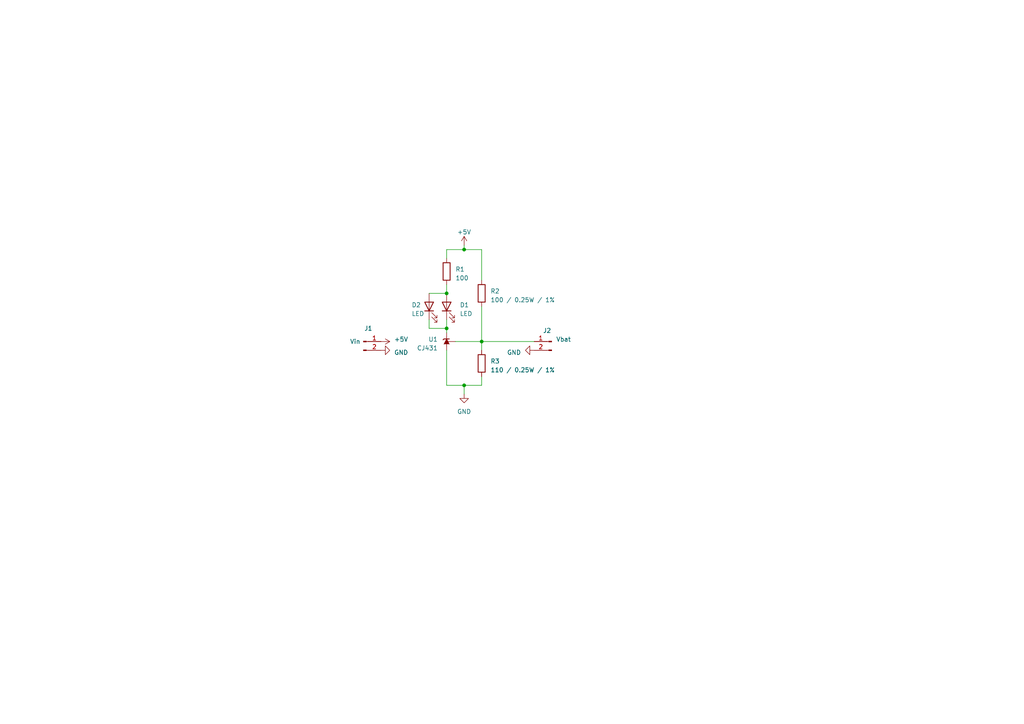
<source format=kicad_sch>
(kicad_sch (version 20210406) (generator eeschema)
  (paper "A4")
  (title_block (title "Lithium-Ion Cell Precharger") (date "2021-05-13") (rev "REV 1") (company "SHILL.GQ"))
  (lib_symbols
    (symbol "Connector:Conn_01x02_Male" (pin_names (offset 1.016) hide)
      (property "Reference" "J" (at 0 2.54 0))
      (property "Value" "Conn_01x02_Male" (at 0 -5.08 0))
      (symbol "Conn_01x02_Male_1_1"
        (rectangle (start 0.8636 -2.413) (end 0 -2.667) (stroke (width 0.1524)) (fill (type outline)))
        (rectangle (start 0.8636 0.127) (end 0 -0.127) (stroke (width 0.1524)) (fill (type outline)))
        (polyline (pts (xy 1.27 -2.54) (xy 0.8636 -2.54)) (stroke (width 0.1524)))
        (polyline (pts (xy 1.27 0) (xy 0.8636 0)) (stroke (width 0.1524)))
        (pin passive line (at 5.08 0 180) (length 3.81) (name "Pin_1") (number "1"))
        (pin passive line (at 5.08 -2.54 180) (length 3.81) (name "Pin_2") (number "2"))
      )
    )
    (symbol "Device:LED" (pin_numbers hide) (pin_names (offset 1.016) hide)
      (property "Reference" "D" (at 0 2.54 0))
      (property "Value" "LED" (at 0 -2.54 0))
      (symbol "LED_0_1"
        (polyline (pts (xy -1.27 -1.27) (xy -1.27 1.27)) (stroke (width 0.254)))
        (polyline (pts (xy -1.27 0) (xy 1.27 0)))
        (polyline (pts (xy 1.27 -1.27) (xy 1.27 1.27) (xy -1.27 0) (xy 1.27 -1.27)) (stroke (width 0.254)))
        (polyline (pts (xy -3.048 -0.762) (xy -4.572 -2.286) (xy -3.81 -2.286) (xy -4.572 -2.286) (xy -4.572 -1.524)))
        (polyline (pts (xy -1.778 -0.762) (xy -3.302 -2.286) (xy -2.54 -2.286) (xy -3.302 -2.286) (xy -3.302 -1.524)))
      )
      (symbol "LED_1_1"
        (pin passive line (at -3.81 0 0) (length 2.54) (name "K") (number "1"))
        (pin passive line (at 3.81 0 180) (length 2.54) (name "A") (number "2"))
      )
    )
    (symbol "Device:R" (pin_numbers hide) (pin_names (offset 0))
      (property "Reference" "R" (at 2.032 0 90))
      (property "Value" "R" (at 0 0 90))
      (symbol "R_0_1"
        (rectangle (start -1.016 -2.54) (end 1.016 2.54) (stroke (width 0.254)))
      )
      (symbol "R_1_1"
        (pin passive line (at 0 3.81 270) (length 1.27) (name "~") (number "1"))
        (pin passive line (at 0 -3.81 90) (length 1.27) (name "~") (number "2"))
      )
    )
    (symbol "Reference_Voltage:CJ432" (pin_numbers hide) (pin_names hide)
      (property "Reference" "U" (at -2.54 2.54 0))
      (property "Value" "CJ432" (at 0 -2.54 0))
      (symbol "CJ432_0_1"
        (polyline (pts (xy -1.27 0) (xy 0 0) (xy 1.27 0)))
        (polyline (pts (xy 0.508 -1.016) (xy 0.762 -0.762) (xy 0.762 0.762) (xy 0.762 0.762)) (stroke (width 0.254)))
        (polyline (pts (xy -0.762 0.762) (xy 0.762 0) (xy -0.762 -0.762)) (fill (type outline)))
      )
      (symbol "CJ432_1_1"
        (pin passive line (at 0 2.54 270) (length 2.54) (name "REF") (number "1"))
        (pin passive line (at 2.54 0 180) (length 1.27) (name "K") (number "2"))
        (pin passive line (at -2.54 0 0) (length 1.27) (name "A") (number "3"))
      )
    )
    (symbol "power:+5V" (power) (pin_names (offset 0))
      (property "Value" "+5V" (at 0 3.556 0))
      (symbol "+5V_0_1"
        (polyline (pts (xy -0.762 1.27) (xy 0 2.54)))
        (polyline (pts (xy 0 0) (xy 0 2.54)))
        (polyline (pts (xy 0 2.54) (xy 0.762 1.27)))
      )
      (symbol "+5V_1_1"
        (pin power_in line (at 0 0 90) (length 0) hide (name "+5V") (number "1"))
      )
    )
    (symbol "power:GND" (power) (pin_names (offset 0))
      (property "Value" "GND" (at 0 -3.81 0))
      (symbol "GND_0_1"
        (polyline (pts (xy 0 0) (xy 0 -1.27) (xy 1.27 -1.27) (xy 0 -2.54) (xy -1.27 -1.27) (xy 0 -1.27)))
      )
      (symbol "GND_1_1"
        (pin power_in line (at 0 0 270) (length 0) hide (name "GND") (number "1"))
      )
    )
  )
  (junction (at 129.54 85.09) (diameter 0.9144))
  (junction (at 129.54 95.25) (diameter 0.9144))
  (junction (at 134.62 72.39) (diameter 0.9144))
  (junction (at 134.62 111.76) (diameter 0.9144))
  (junction (at 139.7 99.06) (diameter 0.9144))
  (wire (pts (xy 124.46 85.09) (xy 129.54 85.09)))
  (wire (pts (xy 124.46 92.71) (xy 124.46 95.25)))
  (wire (pts (xy 124.46 95.25) (xy 129.54 95.25)))
  (wire (pts (xy 129.54 72.39) (xy 134.62 72.39)))
  (wire (pts (xy 129.54 74.93) (xy 129.54 72.39)))
  (wire (pts (xy 129.54 82.55) (xy 129.54 85.09)))
  (wire (pts (xy 129.54 92.71) (xy 129.54 95.25)))
  (wire (pts (xy 129.54 95.25) (xy 129.54 96.52)))
  (wire (pts (xy 129.54 101.6) (xy 129.54 111.76)))
  (wire (pts (xy 129.54 111.76) (xy 134.62 111.76)))
  (wire (pts (xy 132.08 99.06) (xy 139.7 99.06)))
  (wire (pts (xy 134.62 71.12) (xy 134.62 72.39)))
  (wire (pts (xy 134.62 72.39) (xy 139.7 72.39)))
  (wire (pts (xy 134.62 111.76) (xy 134.62 114.3)))
  (wire (pts (xy 134.62 111.76) (xy 139.7 111.76)))
  (wire (pts (xy 139.7 72.39) (xy 139.7 81.28)))
  (wire (pts (xy 139.7 88.9) (xy 139.7 99.06)))
  (wire (pts (xy 139.7 99.06) (xy 139.7 101.6)))
  (wire (pts (xy 139.7 99.06) (xy 154.94 99.06)))
  (wire (pts (xy 139.7 111.76) (xy 139.7 109.22)))
  (symbol (lib_id "power:+5V") (at 110.49 99.06 270) (unit 1)
    (property "Reference" "#PWR0104" (effects hide))
    (property "Value" "+5V" (at 114.3 98.4249 90) (effects (justify left)))
  )
  (symbol (lib_id "power:+5V") (at 134.62 71.12 0) (unit 1)
    (property "Reference" "#PWR0103" (effects hide))
    (property "Value" "+5V" (at 134.62 67.31 0))
  )
  (symbol (lib_id "power:GND") (at 110.49 101.6 90) (unit 1)
    (property "Reference" "#PWR0105" (effects hide))
    (property "Value" "GND" (at 114.3 102.2349 90) (effects (justify right)))
  )
  (symbol (lib_id "power:GND") (at 134.62 114.3 0) (unit 1)
    (property "Reference" "#PWR0101" (effects hide))
    (property "Value" "GND" (at 134.62 119.38 0))
  )
  (symbol (lib_id "power:GND") (at 154.94 101.6 270) (unit 1)
    (property "Reference" "#PWR0102" (effects hide))
    (property "Value" "GND" (at 151.13 102.2349 90) (effects (justify right)))
  )
  (symbol (lib_id "Connector:Conn_01x02_Male") (at 105.41 99.06 0) (unit 1)
    (property "Reference" "J1" (at 106.8324 95.25 0))
    (property "Value" "Vin" (at 103.0224 99.06 0))
    (property "Footprint" "Connector_JST:JST_EH_B2B-EH-A_1x02_P2.50mm_Vertical" (effects hide))
  )
  (symbol (lib_id "Connector:Conn_01x02_Male") (at 160.02 99.06 0) (mirror y) (unit 1)
    (property "Reference" "J2" (at 157.48 95.8849 0) (effects (justify right)))
    (property "Value" "Vbat" (at 161.29 98.4249 0) (effects (justify right)))
    (property "Footprint" "Connector_JST:JST_EH_B2B-EH-A_1x02_P2.50mm_Vertical" (effects hide))
  )
  (symbol (lib_id "Device:R") (at 129.54 78.74 0) (unit 1)
    (property "Reference" "R1" (at 132.08 78.1049 0) (effects (justify left)))
    (property "Value" "100" (at 132.08 80.6449 0) (effects (justify left)))
    (property "Footprint" "Resistor_SMD:R_0603_1608Metric" (effects hide))
    (property "LCSC" "C22775" (effects hide))
  )
  (symbol (lib_id "Device:R") (at 139.7 85.09 0) (unit 1)
    (property "Reference" "R2" (at 142.24 84.4549 0) (effects (justify left)))
    (property "Value" "100 / 0.25W / 1%" (at 142.24 86.9949 0) (effects (justify left)))
    (property "Footprint" "Resistor_SMD:R_1206_3216Metric" (effects hide))
    (property "LCSC" "C17901" (effects hide))
  )
  (symbol (lib_id "Device:R") (at 139.7 105.41 0) (unit 1)
    (property "Reference" "R3" (at 142.24 104.7749 0) (effects (justify left)))
    (property "Value" "110 / 0.25W / 1%" (at 142.24 107.3149 0) (effects (justify left)))
    (property "Footprint" "Resistor_SMD:R_1206_3216Metric" (effects hide))
    (property "LCSC" "C17905 " (effects hide))
  )
  (symbol (lib_id "Reference_Voltage:CJ432") (at 129.54 99.06 270) (mirror x) (unit 1)
    (property "Reference" "U1" (at 127 98.4249 90) (effects (justify right)))
    (property "Value" "CJ431" (at 127 100.9649 90) (effects (justify right)))
    (property "Footprint" "Package_TO_SOT_SMD:SOT-23" (effects hide))
    (property "Datasheet" "http://www.cj-elec.com/txUpfile/20134181474991806.pdf" (effects hide))
    (property "LCSC" "C3113" (effects hide))
  )
  (symbol (lib_id "Device:LED") (at 124.46 88.9 90) (unit 1)
    (property "Reference" "D2" (at 119.38 88.4554 90) (effects (justify right)))
    (property "Value" "LED" (at 119.38 90.9954 90) (effects (justify right)))
    (property "Footprint" "LED_SMD:LED_0805_2012Metric" (effects hide))
  )
  (symbol (lib_id "Device:LED") (at 129.54 88.9 90) (unit 1)
    (property "Reference" "D1" (at 133.35 88.4554 90) (effects (justify right)))
    (property "Value" "LED" (at 133.35 90.9954 90) (effects (justify right)))
    (property "Footprint" "LED_THT:LED_D5.0mm" (effects hide))
  )
)
</source>
